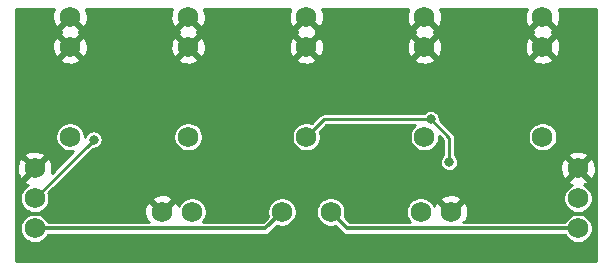
<source format=gtl>
G04 #@! TF.GenerationSoftware,KiCad,Pcbnew,(5.1.8)-1*
G04 #@! TF.CreationDate,2021-08-08T18:23:10-04:00*
G04 #@! TF.ProjectId,nearless_front_pcb,6e656172-6c65-4737-935f-66726f6e745f,rev?*
G04 #@! TF.SameCoordinates,Original*
G04 #@! TF.FileFunction,Copper,L1,Top*
G04 #@! TF.FilePolarity,Positive*
%FSLAX46Y46*%
G04 Gerber Fmt 4.6, Leading zero omitted, Abs format (unit mm)*
G04 Created by KiCad (PCBNEW (5.1.8)-1) date 2021-08-08 18:23:10*
%MOMM*%
%LPD*%
G01*
G04 APERTURE LIST*
G04 #@! TA.AperFunction,ComponentPad*
%ADD10C,1.727200*%
G04 #@! TD*
G04 #@! TA.AperFunction,ViaPad*
%ADD11C,0.800000*%
G04 #@! TD*
G04 #@! TA.AperFunction,Conductor*
%ADD12C,0.355600*%
G04 #@! TD*
G04 #@! TA.AperFunction,Conductor*
%ADD13C,0.254000*%
G04 #@! TD*
G04 #@! TA.AperFunction,Conductor*
%ADD14C,0.100000*%
G04 #@! TD*
G04 APERTURE END LIST*
D10*
X45500000Y-51245000D03*
X45500000Y-43625000D03*
X45500000Y-41085000D03*
X85500000Y-51245000D03*
X85500000Y-43625000D03*
X85500000Y-41085000D03*
X42500000Y-53920000D03*
X42500000Y-56460000D03*
X42500000Y-59000000D03*
X88500000Y-59000000D03*
X88500000Y-56460000D03*
X88500000Y-53920000D03*
X67555000Y-57600000D03*
X75175000Y-57600000D03*
X77715000Y-57600000D03*
X75500000Y-51245000D03*
X75500000Y-43625000D03*
X75500000Y-41085000D03*
X65500000Y-51245000D03*
X65500000Y-43625000D03*
X65500000Y-41085000D03*
X55500000Y-51245000D03*
X55500000Y-43625000D03*
X55500000Y-41085000D03*
X63445000Y-57600000D03*
X55825000Y-57600000D03*
X53285000Y-57600000D03*
D11*
X76025000Y-49750000D03*
X77600000Y-53400000D03*
X47485000Y-51475000D03*
D12*
X62045000Y-59000000D02*
X42500000Y-59000000D01*
X63445000Y-57600000D02*
X62045000Y-59000000D01*
D13*
X66995000Y-49750000D02*
X65500000Y-51245000D01*
X76025000Y-49750000D02*
X66995000Y-49750000D01*
X77600000Y-51325000D02*
X76025000Y-49750000D01*
X77600000Y-53400000D02*
X77600000Y-51325000D01*
D12*
X68955000Y-59000000D02*
X88500000Y-59000000D01*
X67555000Y-57600000D02*
X68955000Y-59000000D01*
D13*
X47485000Y-51475000D02*
X42500000Y-56460000D01*
X44084174Y-40572141D02*
X44011325Y-40858210D01*
X43995685Y-41152993D01*
X44037855Y-41445164D01*
X44136214Y-41723493D01*
X44211433Y-41864218D01*
X44461896Y-41943499D01*
X45320395Y-41085000D01*
X45306253Y-41070858D01*
X45485858Y-40891253D01*
X45500000Y-40905395D01*
X45514143Y-40891253D01*
X45693748Y-41070858D01*
X45679605Y-41085000D01*
X46538104Y-41943499D01*
X46788567Y-41864218D01*
X46915826Y-41597859D01*
X46988675Y-41311790D01*
X47004315Y-41017007D01*
X46962145Y-40724836D01*
X46863786Y-40446507D01*
X46855497Y-40431000D01*
X54151607Y-40431000D01*
X54084174Y-40572141D01*
X54011325Y-40858210D01*
X53995685Y-41152993D01*
X54037855Y-41445164D01*
X54136214Y-41723493D01*
X54211433Y-41864218D01*
X54461896Y-41943499D01*
X55320395Y-41085000D01*
X55306253Y-41070858D01*
X55485858Y-40891253D01*
X55500000Y-40905395D01*
X55514143Y-40891253D01*
X55693748Y-41070858D01*
X55679605Y-41085000D01*
X56538104Y-41943499D01*
X56788567Y-41864218D01*
X56915826Y-41597859D01*
X56988675Y-41311790D01*
X57004315Y-41017007D01*
X56962145Y-40724836D01*
X56863786Y-40446507D01*
X56855497Y-40431000D01*
X64151607Y-40431000D01*
X64084174Y-40572141D01*
X64011325Y-40858210D01*
X63995685Y-41152993D01*
X64037855Y-41445164D01*
X64136214Y-41723493D01*
X64211433Y-41864218D01*
X64461896Y-41943499D01*
X65320395Y-41085000D01*
X65306253Y-41070858D01*
X65485858Y-40891253D01*
X65500000Y-40905395D01*
X65514143Y-40891253D01*
X65693748Y-41070858D01*
X65679605Y-41085000D01*
X66538104Y-41943499D01*
X66788567Y-41864218D01*
X66915826Y-41597859D01*
X66988675Y-41311790D01*
X67004315Y-41017007D01*
X66962145Y-40724836D01*
X66863786Y-40446507D01*
X66855497Y-40431000D01*
X74151607Y-40431000D01*
X74084174Y-40572141D01*
X74011325Y-40858210D01*
X73995685Y-41152993D01*
X74037855Y-41445164D01*
X74136214Y-41723493D01*
X74211433Y-41864218D01*
X74461896Y-41943499D01*
X75320395Y-41085000D01*
X75306253Y-41070858D01*
X75485858Y-40891253D01*
X75500000Y-40905395D01*
X75514143Y-40891253D01*
X75693748Y-41070858D01*
X75679605Y-41085000D01*
X76538104Y-41943499D01*
X76788567Y-41864218D01*
X76915826Y-41597859D01*
X76988675Y-41311790D01*
X77004315Y-41017007D01*
X76962145Y-40724836D01*
X76863786Y-40446507D01*
X76855497Y-40431000D01*
X84151607Y-40431000D01*
X84084174Y-40572141D01*
X84011325Y-40858210D01*
X83995685Y-41152993D01*
X84037855Y-41445164D01*
X84136214Y-41723493D01*
X84211433Y-41864218D01*
X84461896Y-41943499D01*
X85320395Y-41085000D01*
X85306253Y-41070858D01*
X85485858Y-40891253D01*
X85500000Y-40905395D01*
X85514143Y-40891253D01*
X85693748Y-41070858D01*
X85679605Y-41085000D01*
X86538104Y-41943499D01*
X86788567Y-41864218D01*
X86915826Y-41597859D01*
X86988675Y-41311790D01*
X87004315Y-41017007D01*
X86962145Y-40724836D01*
X86863786Y-40446507D01*
X86855497Y-40431000D01*
X90069001Y-40431000D01*
X90069000Y-61769000D01*
X40931000Y-61769000D01*
X40931000Y-58877418D01*
X41255400Y-58877418D01*
X41255400Y-59122582D01*
X41303229Y-59363036D01*
X41397050Y-59589539D01*
X41533256Y-59793386D01*
X41706614Y-59966744D01*
X41910461Y-60102950D01*
X42136964Y-60196771D01*
X42377418Y-60244600D01*
X42622582Y-60244600D01*
X42863036Y-60196771D01*
X43089539Y-60102950D01*
X43293386Y-59966744D01*
X43466744Y-59793386D01*
X43602950Y-59589539D01*
X43615683Y-59558800D01*
X62017558Y-59558800D01*
X62045000Y-59561503D01*
X62072442Y-59558800D01*
X62072444Y-59558800D01*
X62154544Y-59550714D01*
X62259878Y-59518761D01*
X62356954Y-59466873D01*
X62442043Y-59397043D01*
X62459543Y-59375719D01*
X63051224Y-58784038D01*
X63081964Y-58796771D01*
X63322418Y-58844600D01*
X63567582Y-58844600D01*
X63808036Y-58796771D01*
X64034539Y-58702950D01*
X64238386Y-58566744D01*
X64411744Y-58393386D01*
X64547950Y-58189539D01*
X64641771Y-57963036D01*
X64689600Y-57722582D01*
X64689600Y-57477418D01*
X66310400Y-57477418D01*
X66310400Y-57722582D01*
X66358229Y-57963036D01*
X66452050Y-58189539D01*
X66588256Y-58393386D01*
X66761614Y-58566744D01*
X66965461Y-58702950D01*
X67191964Y-58796771D01*
X67432418Y-58844600D01*
X67677582Y-58844600D01*
X67918036Y-58796771D01*
X67948776Y-58784038D01*
X68540462Y-59375725D01*
X68557957Y-59397043D01*
X68643046Y-59466873D01*
X68740122Y-59518761D01*
X68845456Y-59550714D01*
X68927556Y-59558800D01*
X68927558Y-59558800D01*
X68955000Y-59561503D01*
X68982442Y-59558800D01*
X87384317Y-59558800D01*
X87397050Y-59589539D01*
X87533256Y-59793386D01*
X87706614Y-59966744D01*
X87910461Y-60102950D01*
X88136964Y-60196771D01*
X88377418Y-60244600D01*
X88622582Y-60244600D01*
X88863036Y-60196771D01*
X89089539Y-60102950D01*
X89293386Y-59966744D01*
X89466744Y-59793386D01*
X89602950Y-59589539D01*
X89696771Y-59363036D01*
X89744600Y-59122582D01*
X89744600Y-58877418D01*
X89696771Y-58636964D01*
X89602950Y-58410461D01*
X89466744Y-58206614D01*
X89293386Y-58033256D01*
X89089539Y-57897050D01*
X88863036Y-57803229D01*
X88622582Y-57755400D01*
X88377418Y-57755400D01*
X88136964Y-57803229D01*
X87910461Y-57897050D01*
X87706614Y-58033256D01*
X87533256Y-58206614D01*
X87397050Y-58410461D01*
X87384317Y-58441200D01*
X78807755Y-58441200D01*
X79003567Y-58379218D01*
X79130826Y-58112859D01*
X79203675Y-57826790D01*
X79219315Y-57532007D01*
X79177145Y-57239836D01*
X79078786Y-56961507D01*
X79003567Y-56820782D01*
X78753104Y-56741501D01*
X77894605Y-57600000D01*
X77908748Y-57614143D01*
X77729143Y-57793748D01*
X77715000Y-57779605D01*
X77700858Y-57793748D01*
X77521253Y-57614143D01*
X77535395Y-57600000D01*
X76676896Y-56741501D01*
X76426433Y-56820782D01*
X76304818Y-57075327D01*
X76277950Y-57010461D01*
X76141744Y-56806614D01*
X75968386Y-56633256D01*
X75861589Y-56561896D01*
X76856501Y-56561896D01*
X77715000Y-57420395D01*
X78573499Y-56561896D01*
X78502444Y-56337418D01*
X87255400Y-56337418D01*
X87255400Y-56582582D01*
X87303229Y-56823036D01*
X87397050Y-57049539D01*
X87533256Y-57253386D01*
X87706614Y-57426744D01*
X87910461Y-57562950D01*
X88136964Y-57656771D01*
X88377418Y-57704600D01*
X88622582Y-57704600D01*
X88863036Y-57656771D01*
X89089539Y-57562950D01*
X89293386Y-57426744D01*
X89466744Y-57253386D01*
X89602950Y-57049539D01*
X89696771Y-56823036D01*
X89744600Y-56582582D01*
X89744600Y-56337418D01*
X89696771Y-56096964D01*
X89602950Y-55870461D01*
X89466744Y-55666614D01*
X89293386Y-55493256D01*
X89089539Y-55357050D01*
X89016632Y-55326851D01*
X89138493Y-55283786D01*
X89279218Y-55208567D01*
X89358499Y-54958104D01*
X88500000Y-54099605D01*
X87641501Y-54958104D01*
X87720782Y-55208567D01*
X87975327Y-55330182D01*
X87910461Y-55357050D01*
X87706614Y-55493256D01*
X87533256Y-55666614D01*
X87397050Y-55870461D01*
X87303229Y-56096964D01*
X87255400Y-56337418D01*
X78502444Y-56337418D01*
X78494218Y-56311433D01*
X78227859Y-56184174D01*
X77941790Y-56111325D01*
X77647007Y-56095685D01*
X77354836Y-56137855D01*
X77076507Y-56236214D01*
X76935782Y-56311433D01*
X76856501Y-56561896D01*
X75861589Y-56561896D01*
X75764539Y-56497050D01*
X75538036Y-56403229D01*
X75297582Y-56355400D01*
X75052418Y-56355400D01*
X74811964Y-56403229D01*
X74585461Y-56497050D01*
X74381614Y-56633256D01*
X74208256Y-56806614D01*
X74072050Y-57010461D01*
X73978229Y-57236964D01*
X73930400Y-57477418D01*
X73930400Y-57722582D01*
X73978229Y-57963036D01*
X74072050Y-58189539D01*
X74208256Y-58393386D01*
X74256070Y-58441200D01*
X69186463Y-58441200D01*
X68739038Y-57993776D01*
X68751771Y-57963036D01*
X68799600Y-57722582D01*
X68799600Y-57477418D01*
X68751771Y-57236964D01*
X68657950Y-57010461D01*
X68521744Y-56806614D01*
X68348386Y-56633256D01*
X68144539Y-56497050D01*
X67918036Y-56403229D01*
X67677582Y-56355400D01*
X67432418Y-56355400D01*
X67191964Y-56403229D01*
X66965461Y-56497050D01*
X66761614Y-56633256D01*
X66588256Y-56806614D01*
X66452050Y-57010461D01*
X66358229Y-57236964D01*
X66310400Y-57477418D01*
X64689600Y-57477418D01*
X64641771Y-57236964D01*
X64547950Y-57010461D01*
X64411744Y-56806614D01*
X64238386Y-56633256D01*
X64034539Y-56497050D01*
X63808036Y-56403229D01*
X63567582Y-56355400D01*
X63322418Y-56355400D01*
X63081964Y-56403229D01*
X62855461Y-56497050D01*
X62651614Y-56633256D01*
X62478256Y-56806614D01*
X62342050Y-57010461D01*
X62248229Y-57236964D01*
X62200400Y-57477418D01*
X62200400Y-57722582D01*
X62248229Y-57963036D01*
X62260962Y-57993776D01*
X61813538Y-58441200D01*
X56743930Y-58441200D01*
X56791744Y-58393386D01*
X56927950Y-58189539D01*
X57021771Y-57963036D01*
X57069600Y-57722582D01*
X57069600Y-57477418D01*
X57021771Y-57236964D01*
X56927950Y-57010461D01*
X56791744Y-56806614D01*
X56618386Y-56633256D01*
X56414539Y-56497050D01*
X56188036Y-56403229D01*
X55947582Y-56355400D01*
X55702418Y-56355400D01*
X55461964Y-56403229D01*
X55235461Y-56497050D01*
X55031614Y-56633256D01*
X54858256Y-56806614D01*
X54722050Y-57010461D01*
X54691851Y-57083368D01*
X54648786Y-56961507D01*
X54573567Y-56820782D01*
X54323104Y-56741501D01*
X53464605Y-57600000D01*
X53478748Y-57614143D01*
X53299143Y-57793748D01*
X53285000Y-57779605D01*
X53270858Y-57793748D01*
X53091253Y-57614143D01*
X53105395Y-57600000D01*
X52246896Y-56741501D01*
X51996433Y-56820782D01*
X51869174Y-57087141D01*
X51796325Y-57373210D01*
X51780685Y-57667993D01*
X51822855Y-57960164D01*
X51921214Y-58238493D01*
X51996433Y-58379218D01*
X52192245Y-58441200D01*
X43615683Y-58441200D01*
X43602950Y-58410461D01*
X43466744Y-58206614D01*
X43293386Y-58033256D01*
X43089539Y-57897050D01*
X42863036Y-57803229D01*
X42622582Y-57755400D01*
X42377418Y-57755400D01*
X42136964Y-57803229D01*
X41910461Y-57897050D01*
X41706614Y-58033256D01*
X41533256Y-58206614D01*
X41397050Y-58410461D01*
X41303229Y-58636964D01*
X41255400Y-58877418D01*
X40931000Y-58877418D01*
X40931000Y-56337418D01*
X41255400Y-56337418D01*
X41255400Y-56582582D01*
X41303229Y-56823036D01*
X41397050Y-57049539D01*
X41533256Y-57253386D01*
X41706614Y-57426744D01*
X41910461Y-57562950D01*
X42136964Y-57656771D01*
X42377418Y-57704600D01*
X42622582Y-57704600D01*
X42863036Y-57656771D01*
X43089539Y-57562950D01*
X43293386Y-57426744D01*
X43466744Y-57253386D01*
X43602950Y-57049539D01*
X43696771Y-56823036D01*
X43744600Y-56582582D01*
X43744600Y-56561896D01*
X52426501Y-56561896D01*
X53285000Y-57420395D01*
X54143499Y-56561896D01*
X54064218Y-56311433D01*
X53797859Y-56184174D01*
X53511790Y-56111325D01*
X53217007Y-56095685D01*
X52924836Y-56137855D01*
X52646507Y-56236214D01*
X52505782Y-56311433D01*
X52426501Y-56561896D01*
X43744600Y-56561896D01*
X43744600Y-56337418D01*
X43696771Y-56096964D01*
X43662996Y-56015424D01*
X47422420Y-52256000D01*
X47561922Y-52256000D01*
X47712809Y-52225987D01*
X47854942Y-52167113D01*
X47982859Y-52081642D01*
X48091642Y-51972859D01*
X48177113Y-51844942D01*
X48235987Y-51702809D01*
X48266000Y-51551922D01*
X48266000Y-51398078D01*
X48235987Y-51247191D01*
X48184304Y-51122418D01*
X54255400Y-51122418D01*
X54255400Y-51367582D01*
X54303229Y-51608036D01*
X54397050Y-51834539D01*
X54533256Y-52038386D01*
X54706614Y-52211744D01*
X54910461Y-52347950D01*
X55136964Y-52441771D01*
X55377418Y-52489600D01*
X55622582Y-52489600D01*
X55863036Y-52441771D01*
X56089539Y-52347950D01*
X56293386Y-52211744D01*
X56466744Y-52038386D01*
X56602950Y-51834539D01*
X56696771Y-51608036D01*
X56744600Y-51367582D01*
X56744600Y-51122418D01*
X64255400Y-51122418D01*
X64255400Y-51367582D01*
X64303229Y-51608036D01*
X64397050Y-51834539D01*
X64533256Y-52038386D01*
X64706614Y-52211744D01*
X64910461Y-52347950D01*
X65136964Y-52441771D01*
X65377418Y-52489600D01*
X65622582Y-52489600D01*
X65863036Y-52441771D01*
X66089539Y-52347950D01*
X66293386Y-52211744D01*
X66466744Y-52038386D01*
X66602950Y-51834539D01*
X66696771Y-51608036D01*
X66744600Y-51367582D01*
X66744600Y-51122418D01*
X66696771Y-50881964D01*
X66662996Y-50800424D01*
X67205421Y-50258000D01*
X74736929Y-50258000D01*
X74706614Y-50278256D01*
X74533256Y-50451614D01*
X74397050Y-50655461D01*
X74303229Y-50881964D01*
X74255400Y-51122418D01*
X74255400Y-51367582D01*
X74303229Y-51608036D01*
X74397050Y-51834539D01*
X74533256Y-52038386D01*
X74706614Y-52211744D01*
X74910461Y-52347950D01*
X75136964Y-52441771D01*
X75377418Y-52489600D01*
X75622582Y-52489600D01*
X75863036Y-52441771D01*
X76089539Y-52347950D01*
X76293386Y-52211744D01*
X76466744Y-52038386D01*
X76602950Y-51834539D01*
X76696771Y-51608036D01*
X76744600Y-51367582D01*
X76744600Y-51188021D01*
X77092001Y-51535422D01*
X77092000Y-52803499D01*
X76993358Y-52902141D01*
X76907887Y-53030058D01*
X76849013Y-53172191D01*
X76819000Y-53323078D01*
X76819000Y-53476922D01*
X76849013Y-53627809D01*
X76907887Y-53769942D01*
X76993358Y-53897859D01*
X77102141Y-54006642D01*
X77230058Y-54092113D01*
X77372191Y-54150987D01*
X77523078Y-54181000D01*
X77676922Y-54181000D01*
X77827809Y-54150987D01*
X77969942Y-54092113D01*
X78097859Y-54006642D01*
X78116508Y-53987993D01*
X86995685Y-53987993D01*
X87037855Y-54280164D01*
X87136214Y-54558493D01*
X87211433Y-54699218D01*
X87461896Y-54778499D01*
X88320395Y-53920000D01*
X88679605Y-53920000D01*
X89538104Y-54778499D01*
X89788567Y-54699218D01*
X89915826Y-54432859D01*
X89988675Y-54146790D01*
X90004315Y-53852007D01*
X89962145Y-53559836D01*
X89863786Y-53281507D01*
X89788567Y-53140782D01*
X89538104Y-53061501D01*
X88679605Y-53920000D01*
X88320395Y-53920000D01*
X87461896Y-53061501D01*
X87211433Y-53140782D01*
X87084174Y-53407141D01*
X87011325Y-53693210D01*
X86995685Y-53987993D01*
X78116508Y-53987993D01*
X78206642Y-53897859D01*
X78292113Y-53769942D01*
X78350987Y-53627809D01*
X78381000Y-53476922D01*
X78381000Y-53323078D01*
X78350987Y-53172191D01*
X78292113Y-53030058D01*
X78206642Y-52902141D01*
X78186397Y-52881896D01*
X87641501Y-52881896D01*
X88500000Y-53740395D01*
X89358499Y-52881896D01*
X89279218Y-52631433D01*
X89012859Y-52504174D01*
X88726790Y-52431325D01*
X88432007Y-52415685D01*
X88139836Y-52457855D01*
X87861507Y-52556214D01*
X87720782Y-52631433D01*
X87641501Y-52881896D01*
X78186397Y-52881896D01*
X78108000Y-52803499D01*
X78108000Y-51349943D01*
X78110457Y-51324999D01*
X78105991Y-51279656D01*
X78100649Y-51225415D01*
X78071601Y-51129657D01*
X78067732Y-51122418D01*
X84255400Y-51122418D01*
X84255400Y-51367582D01*
X84303229Y-51608036D01*
X84397050Y-51834539D01*
X84533256Y-52038386D01*
X84706614Y-52211744D01*
X84910461Y-52347950D01*
X85136964Y-52441771D01*
X85377418Y-52489600D01*
X85622582Y-52489600D01*
X85863036Y-52441771D01*
X86089539Y-52347950D01*
X86293386Y-52211744D01*
X86466744Y-52038386D01*
X86602950Y-51834539D01*
X86696771Y-51608036D01*
X86744600Y-51367582D01*
X86744600Y-51122418D01*
X86696771Y-50881964D01*
X86602950Y-50655461D01*
X86466744Y-50451614D01*
X86293386Y-50278256D01*
X86089539Y-50142050D01*
X85863036Y-50048229D01*
X85622582Y-50000400D01*
X85377418Y-50000400D01*
X85136964Y-50048229D01*
X84910461Y-50142050D01*
X84706614Y-50278256D01*
X84533256Y-50451614D01*
X84397050Y-50655461D01*
X84303229Y-50881964D01*
X84255400Y-51122418D01*
X78067732Y-51122418D01*
X78024429Y-51041404D01*
X77976850Y-50983429D01*
X77960948Y-50964052D01*
X77941571Y-50948150D01*
X76806000Y-49812580D01*
X76806000Y-49673078D01*
X76775987Y-49522191D01*
X76717113Y-49380058D01*
X76631642Y-49252141D01*
X76522859Y-49143358D01*
X76394942Y-49057887D01*
X76252809Y-48999013D01*
X76101922Y-48969000D01*
X75948078Y-48969000D01*
X75797191Y-48999013D01*
X75655058Y-49057887D01*
X75527141Y-49143358D01*
X75428499Y-49242000D01*
X67019943Y-49242000D01*
X66994999Y-49239543D01*
X66970055Y-49242000D01*
X66970053Y-49242000D01*
X66895415Y-49249351D01*
X66799657Y-49278399D01*
X66799655Y-49278400D01*
X66711404Y-49325571D01*
X66656810Y-49370376D01*
X66634052Y-49389052D01*
X66618150Y-49408429D01*
X65944576Y-50082004D01*
X65863036Y-50048229D01*
X65622582Y-50000400D01*
X65377418Y-50000400D01*
X65136964Y-50048229D01*
X64910461Y-50142050D01*
X64706614Y-50278256D01*
X64533256Y-50451614D01*
X64397050Y-50655461D01*
X64303229Y-50881964D01*
X64255400Y-51122418D01*
X56744600Y-51122418D01*
X56696771Y-50881964D01*
X56602950Y-50655461D01*
X56466744Y-50451614D01*
X56293386Y-50278256D01*
X56089539Y-50142050D01*
X55863036Y-50048229D01*
X55622582Y-50000400D01*
X55377418Y-50000400D01*
X55136964Y-50048229D01*
X54910461Y-50142050D01*
X54706614Y-50278256D01*
X54533256Y-50451614D01*
X54397050Y-50655461D01*
X54303229Y-50881964D01*
X54255400Y-51122418D01*
X48184304Y-51122418D01*
X48177113Y-51105058D01*
X48091642Y-50977141D01*
X47982859Y-50868358D01*
X47854942Y-50782887D01*
X47712809Y-50724013D01*
X47561922Y-50694000D01*
X47408078Y-50694000D01*
X47257191Y-50724013D01*
X47115058Y-50782887D01*
X46987141Y-50868358D01*
X46878358Y-50977141D01*
X46792887Y-51105058D01*
X46744600Y-51221632D01*
X46744600Y-51122418D01*
X46696771Y-50881964D01*
X46602950Y-50655461D01*
X46466744Y-50451614D01*
X46293386Y-50278256D01*
X46089539Y-50142050D01*
X45863036Y-50048229D01*
X45622582Y-50000400D01*
X45377418Y-50000400D01*
X45136964Y-50048229D01*
X44910461Y-50142050D01*
X44706614Y-50278256D01*
X44533256Y-50451614D01*
X44397050Y-50655461D01*
X44303229Y-50881964D01*
X44255400Y-51122418D01*
X44255400Y-51367582D01*
X44303229Y-51608036D01*
X44397050Y-51834539D01*
X44533256Y-52038386D01*
X44706614Y-52211744D01*
X44910461Y-52347950D01*
X45136964Y-52441771D01*
X45377418Y-52489600D01*
X45622582Y-52489600D01*
X45784110Y-52457470D01*
X43952420Y-54289160D01*
X43988675Y-54146790D01*
X44004315Y-53852007D01*
X43962145Y-53559836D01*
X43863786Y-53281507D01*
X43788567Y-53140782D01*
X43538104Y-53061501D01*
X42679605Y-53920000D01*
X42693748Y-53934143D01*
X42514143Y-54113748D01*
X42500000Y-54099605D01*
X41641501Y-54958104D01*
X41720782Y-55208567D01*
X41975327Y-55330182D01*
X41910461Y-55357050D01*
X41706614Y-55493256D01*
X41533256Y-55666614D01*
X41397050Y-55870461D01*
X41303229Y-56096964D01*
X41255400Y-56337418D01*
X40931000Y-56337418D01*
X40931000Y-53987993D01*
X40995685Y-53987993D01*
X41037855Y-54280164D01*
X41136214Y-54558493D01*
X41211433Y-54699218D01*
X41461896Y-54778499D01*
X42320395Y-53920000D01*
X41461896Y-53061501D01*
X41211433Y-53140782D01*
X41084174Y-53407141D01*
X41011325Y-53693210D01*
X40995685Y-53987993D01*
X40931000Y-53987993D01*
X40931000Y-52881896D01*
X41641501Y-52881896D01*
X42500000Y-53740395D01*
X43358499Y-52881896D01*
X43279218Y-52631433D01*
X43012859Y-52504174D01*
X42726790Y-52431325D01*
X42432007Y-52415685D01*
X42139836Y-52457855D01*
X41861507Y-52556214D01*
X41720782Y-52631433D01*
X41641501Y-52881896D01*
X40931000Y-52881896D01*
X40931000Y-44663104D01*
X44641501Y-44663104D01*
X44720782Y-44913567D01*
X44987141Y-45040826D01*
X45273210Y-45113675D01*
X45567993Y-45129315D01*
X45860164Y-45087145D01*
X46138493Y-44988786D01*
X46279218Y-44913567D01*
X46358499Y-44663104D01*
X54641501Y-44663104D01*
X54720782Y-44913567D01*
X54987141Y-45040826D01*
X55273210Y-45113675D01*
X55567993Y-45129315D01*
X55860164Y-45087145D01*
X56138493Y-44988786D01*
X56279218Y-44913567D01*
X56358499Y-44663104D01*
X64641501Y-44663104D01*
X64720782Y-44913567D01*
X64987141Y-45040826D01*
X65273210Y-45113675D01*
X65567993Y-45129315D01*
X65860164Y-45087145D01*
X66138493Y-44988786D01*
X66279218Y-44913567D01*
X66358499Y-44663104D01*
X74641501Y-44663104D01*
X74720782Y-44913567D01*
X74987141Y-45040826D01*
X75273210Y-45113675D01*
X75567993Y-45129315D01*
X75860164Y-45087145D01*
X76138493Y-44988786D01*
X76279218Y-44913567D01*
X76358499Y-44663104D01*
X84641501Y-44663104D01*
X84720782Y-44913567D01*
X84987141Y-45040826D01*
X85273210Y-45113675D01*
X85567993Y-45129315D01*
X85860164Y-45087145D01*
X86138493Y-44988786D01*
X86279218Y-44913567D01*
X86358499Y-44663104D01*
X85500000Y-43804605D01*
X84641501Y-44663104D01*
X76358499Y-44663104D01*
X75500000Y-43804605D01*
X74641501Y-44663104D01*
X66358499Y-44663104D01*
X65500000Y-43804605D01*
X64641501Y-44663104D01*
X56358499Y-44663104D01*
X55500000Y-43804605D01*
X54641501Y-44663104D01*
X46358499Y-44663104D01*
X45500000Y-43804605D01*
X44641501Y-44663104D01*
X40931000Y-44663104D01*
X40931000Y-43692993D01*
X43995685Y-43692993D01*
X44037855Y-43985164D01*
X44136214Y-44263493D01*
X44211433Y-44404218D01*
X44461896Y-44483499D01*
X45320395Y-43625000D01*
X45679605Y-43625000D01*
X46538104Y-44483499D01*
X46788567Y-44404218D01*
X46915826Y-44137859D01*
X46988675Y-43851790D01*
X46997100Y-43692993D01*
X53995685Y-43692993D01*
X54037855Y-43985164D01*
X54136214Y-44263493D01*
X54211433Y-44404218D01*
X54461896Y-44483499D01*
X55320395Y-43625000D01*
X55679605Y-43625000D01*
X56538104Y-44483499D01*
X56788567Y-44404218D01*
X56915826Y-44137859D01*
X56988675Y-43851790D01*
X56997100Y-43692993D01*
X63995685Y-43692993D01*
X64037855Y-43985164D01*
X64136214Y-44263493D01*
X64211433Y-44404218D01*
X64461896Y-44483499D01*
X65320395Y-43625000D01*
X65679605Y-43625000D01*
X66538104Y-44483499D01*
X66788567Y-44404218D01*
X66915826Y-44137859D01*
X66988675Y-43851790D01*
X66997100Y-43692993D01*
X73995685Y-43692993D01*
X74037855Y-43985164D01*
X74136214Y-44263493D01*
X74211433Y-44404218D01*
X74461896Y-44483499D01*
X75320395Y-43625000D01*
X75679605Y-43625000D01*
X76538104Y-44483499D01*
X76788567Y-44404218D01*
X76915826Y-44137859D01*
X76988675Y-43851790D01*
X76997100Y-43692993D01*
X83995685Y-43692993D01*
X84037855Y-43985164D01*
X84136214Y-44263493D01*
X84211433Y-44404218D01*
X84461896Y-44483499D01*
X85320395Y-43625000D01*
X85679605Y-43625000D01*
X86538104Y-44483499D01*
X86788567Y-44404218D01*
X86915826Y-44137859D01*
X86988675Y-43851790D01*
X87004315Y-43557007D01*
X86962145Y-43264836D01*
X86863786Y-42986507D01*
X86788567Y-42845782D01*
X86538104Y-42766501D01*
X85679605Y-43625000D01*
X85320395Y-43625000D01*
X84461896Y-42766501D01*
X84211433Y-42845782D01*
X84084174Y-43112141D01*
X84011325Y-43398210D01*
X83995685Y-43692993D01*
X76997100Y-43692993D01*
X77004315Y-43557007D01*
X76962145Y-43264836D01*
X76863786Y-42986507D01*
X76788567Y-42845782D01*
X76538104Y-42766501D01*
X75679605Y-43625000D01*
X75320395Y-43625000D01*
X74461896Y-42766501D01*
X74211433Y-42845782D01*
X74084174Y-43112141D01*
X74011325Y-43398210D01*
X73995685Y-43692993D01*
X66997100Y-43692993D01*
X67004315Y-43557007D01*
X66962145Y-43264836D01*
X66863786Y-42986507D01*
X66788567Y-42845782D01*
X66538104Y-42766501D01*
X65679605Y-43625000D01*
X65320395Y-43625000D01*
X64461896Y-42766501D01*
X64211433Y-42845782D01*
X64084174Y-43112141D01*
X64011325Y-43398210D01*
X63995685Y-43692993D01*
X56997100Y-43692993D01*
X57004315Y-43557007D01*
X56962145Y-43264836D01*
X56863786Y-42986507D01*
X56788567Y-42845782D01*
X56538104Y-42766501D01*
X55679605Y-43625000D01*
X55320395Y-43625000D01*
X54461896Y-42766501D01*
X54211433Y-42845782D01*
X54084174Y-43112141D01*
X54011325Y-43398210D01*
X53995685Y-43692993D01*
X46997100Y-43692993D01*
X47004315Y-43557007D01*
X46962145Y-43264836D01*
X46863786Y-42986507D01*
X46788567Y-42845782D01*
X46538104Y-42766501D01*
X45679605Y-43625000D01*
X45320395Y-43625000D01*
X44461896Y-42766501D01*
X44211433Y-42845782D01*
X44084174Y-43112141D01*
X44011325Y-43398210D01*
X43995685Y-43692993D01*
X40931000Y-43692993D01*
X40931000Y-42123104D01*
X44641501Y-42123104D01*
X44714905Y-42355000D01*
X44641501Y-42586896D01*
X45500000Y-43445395D01*
X46358499Y-42586896D01*
X46285095Y-42355000D01*
X46358499Y-42123104D01*
X54641501Y-42123104D01*
X54714905Y-42355000D01*
X54641501Y-42586896D01*
X55500000Y-43445395D01*
X56358499Y-42586896D01*
X56285095Y-42355000D01*
X56358499Y-42123104D01*
X64641501Y-42123104D01*
X64714905Y-42355000D01*
X64641501Y-42586896D01*
X65500000Y-43445395D01*
X66358499Y-42586896D01*
X66285095Y-42355000D01*
X66358499Y-42123104D01*
X74641501Y-42123104D01*
X74714905Y-42355000D01*
X74641501Y-42586896D01*
X75500000Y-43445395D01*
X76358499Y-42586896D01*
X76285095Y-42355000D01*
X76358499Y-42123104D01*
X84641501Y-42123104D01*
X84714905Y-42355000D01*
X84641501Y-42586896D01*
X85500000Y-43445395D01*
X86358499Y-42586896D01*
X86285095Y-42355000D01*
X86358499Y-42123104D01*
X85500000Y-41264605D01*
X84641501Y-42123104D01*
X76358499Y-42123104D01*
X75500000Y-41264605D01*
X74641501Y-42123104D01*
X66358499Y-42123104D01*
X65500000Y-41264605D01*
X64641501Y-42123104D01*
X56358499Y-42123104D01*
X55500000Y-41264605D01*
X54641501Y-42123104D01*
X46358499Y-42123104D01*
X45500000Y-41264605D01*
X44641501Y-42123104D01*
X40931000Y-42123104D01*
X40931000Y-40431000D01*
X44151607Y-40431000D01*
X44084174Y-40572141D01*
G04 #@! TA.AperFunction,Conductor*
D14*
G36*
X44084174Y-40572141D02*
G01*
X44011325Y-40858210D01*
X43995685Y-41152993D01*
X44037855Y-41445164D01*
X44136214Y-41723493D01*
X44211433Y-41864218D01*
X44461896Y-41943499D01*
X45320395Y-41085000D01*
X45306253Y-41070858D01*
X45485858Y-40891253D01*
X45500000Y-40905395D01*
X45514143Y-40891253D01*
X45693748Y-41070858D01*
X45679605Y-41085000D01*
X46538104Y-41943499D01*
X46788567Y-41864218D01*
X46915826Y-41597859D01*
X46988675Y-41311790D01*
X47004315Y-41017007D01*
X46962145Y-40724836D01*
X46863786Y-40446507D01*
X46855497Y-40431000D01*
X54151607Y-40431000D01*
X54084174Y-40572141D01*
X54011325Y-40858210D01*
X53995685Y-41152993D01*
X54037855Y-41445164D01*
X54136214Y-41723493D01*
X54211433Y-41864218D01*
X54461896Y-41943499D01*
X55320395Y-41085000D01*
X55306253Y-41070858D01*
X55485858Y-40891253D01*
X55500000Y-40905395D01*
X55514143Y-40891253D01*
X55693748Y-41070858D01*
X55679605Y-41085000D01*
X56538104Y-41943499D01*
X56788567Y-41864218D01*
X56915826Y-41597859D01*
X56988675Y-41311790D01*
X57004315Y-41017007D01*
X56962145Y-40724836D01*
X56863786Y-40446507D01*
X56855497Y-40431000D01*
X64151607Y-40431000D01*
X64084174Y-40572141D01*
X64011325Y-40858210D01*
X63995685Y-41152993D01*
X64037855Y-41445164D01*
X64136214Y-41723493D01*
X64211433Y-41864218D01*
X64461896Y-41943499D01*
X65320395Y-41085000D01*
X65306253Y-41070858D01*
X65485858Y-40891253D01*
X65500000Y-40905395D01*
X65514143Y-40891253D01*
X65693748Y-41070858D01*
X65679605Y-41085000D01*
X66538104Y-41943499D01*
X66788567Y-41864218D01*
X66915826Y-41597859D01*
X66988675Y-41311790D01*
X67004315Y-41017007D01*
X66962145Y-40724836D01*
X66863786Y-40446507D01*
X66855497Y-40431000D01*
X74151607Y-40431000D01*
X74084174Y-40572141D01*
X74011325Y-40858210D01*
X73995685Y-41152993D01*
X74037855Y-41445164D01*
X74136214Y-41723493D01*
X74211433Y-41864218D01*
X74461896Y-41943499D01*
X75320395Y-41085000D01*
X75306253Y-41070858D01*
X75485858Y-40891253D01*
X75500000Y-40905395D01*
X75514143Y-40891253D01*
X75693748Y-41070858D01*
X75679605Y-41085000D01*
X76538104Y-41943499D01*
X76788567Y-41864218D01*
X76915826Y-41597859D01*
X76988675Y-41311790D01*
X77004315Y-41017007D01*
X76962145Y-40724836D01*
X76863786Y-40446507D01*
X76855497Y-40431000D01*
X84151607Y-40431000D01*
X84084174Y-40572141D01*
X84011325Y-40858210D01*
X83995685Y-41152993D01*
X84037855Y-41445164D01*
X84136214Y-41723493D01*
X84211433Y-41864218D01*
X84461896Y-41943499D01*
X85320395Y-41085000D01*
X85306253Y-41070858D01*
X85485858Y-40891253D01*
X85500000Y-40905395D01*
X85514143Y-40891253D01*
X85693748Y-41070858D01*
X85679605Y-41085000D01*
X86538104Y-41943499D01*
X86788567Y-41864218D01*
X86915826Y-41597859D01*
X86988675Y-41311790D01*
X87004315Y-41017007D01*
X86962145Y-40724836D01*
X86863786Y-40446507D01*
X86855497Y-40431000D01*
X90069001Y-40431000D01*
X90069000Y-61769000D01*
X40931000Y-61769000D01*
X40931000Y-58877418D01*
X41255400Y-58877418D01*
X41255400Y-59122582D01*
X41303229Y-59363036D01*
X41397050Y-59589539D01*
X41533256Y-59793386D01*
X41706614Y-59966744D01*
X41910461Y-60102950D01*
X42136964Y-60196771D01*
X42377418Y-60244600D01*
X42622582Y-60244600D01*
X42863036Y-60196771D01*
X43089539Y-60102950D01*
X43293386Y-59966744D01*
X43466744Y-59793386D01*
X43602950Y-59589539D01*
X43615683Y-59558800D01*
X62017558Y-59558800D01*
X62045000Y-59561503D01*
X62072442Y-59558800D01*
X62072444Y-59558800D01*
X62154544Y-59550714D01*
X62259878Y-59518761D01*
X62356954Y-59466873D01*
X62442043Y-59397043D01*
X62459543Y-59375719D01*
X63051224Y-58784038D01*
X63081964Y-58796771D01*
X63322418Y-58844600D01*
X63567582Y-58844600D01*
X63808036Y-58796771D01*
X64034539Y-58702950D01*
X64238386Y-58566744D01*
X64411744Y-58393386D01*
X64547950Y-58189539D01*
X64641771Y-57963036D01*
X64689600Y-57722582D01*
X64689600Y-57477418D01*
X66310400Y-57477418D01*
X66310400Y-57722582D01*
X66358229Y-57963036D01*
X66452050Y-58189539D01*
X66588256Y-58393386D01*
X66761614Y-58566744D01*
X66965461Y-58702950D01*
X67191964Y-58796771D01*
X67432418Y-58844600D01*
X67677582Y-58844600D01*
X67918036Y-58796771D01*
X67948776Y-58784038D01*
X68540462Y-59375725D01*
X68557957Y-59397043D01*
X68643046Y-59466873D01*
X68740122Y-59518761D01*
X68845456Y-59550714D01*
X68927556Y-59558800D01*
X68927558Y-59558800D01*
X68955000Y-59561503D01*
X68982442Y-59558800D01*
X87384317Y-59558800D01*
X87397050Y-59589539D01*
X87533256Y-59793386D01*
X87706614Y-59966744D01*
X87910461Y-60102950D01*
X88136964Y-60196771D01*
X88377418Y-60244600D01*
X88622582Y-60244600D01*
X88863036Y-60196771D01*
X89089539Y-60102950D01*
X89293386Y-59966744D01*
X89466744Y-59793386D01*
X89602950Y-59589539D01*
X89696771Y-59363036D01*
X89744600Y-59122582D01*
X89744600Y-58877418D01*
X89696771Y-58636964D01*
X89602950Y-58410461D01*
X89466744Y-58206614D01*
X89293386Y-58033256D01*
X89089539Y-57897050D01*
X88863036Y-57803229D01*
X88622582Y-57755400D01*
X88377418Y-57755400D01*
X88136964Y-57803229D01*
X87910461Y-57897050D01*
X87706614Y-58033256D01*
X87533256Y-58206614D01*
X87397050Y-58410461D01*
X87384317Y-58441200D01*
X78807755Y-58441200D01*
X79003567Y-58379218D01*
X79130826Y-58112859D01*
X79203675Y-57826790D01*
X79219315Y-57532007D01*
X79177145Y-57239836D01*
X79078786Y-56961507D01*
X79003567Y-56820782D01*
X78753104Y-56741501D01*
X77894605Y-57600000D01*
X77908748Y-57614143D01*
X77729143Y-57793748D01*
X77715000Y-57779605D01*
X77700858Y-57793748D01*
X77521253Y-57614143D01*
X77535395Y-57600000D01*
X76676896Y-56741501D01*
X76426433Y-56820782D01*
X76304818Y-57075327D01*
X76277950Y-57010461D01*
X76141744Y-56806614D01*
X75968386Y-56633256D01*
X75861589Y-56561896D01*
X76856501Y-56561896D01*
X77715000Y-57420395D01*
X78573499Y-56561896D01*
X78502444Y-56337418D01*
X87255400Y-56337418D01*
X87255400Y-56582582D01*
X87303229Y-56823036D01*
X87397050Y-57049539D01*
X87533256Y-57253386D01*
X87706614Y-57426744D01*
X87910461Y-57562950D01*
X88136964Y-57656771D01*
X88377418Y-57704600D01*
X88622582Y-57704600D01*
X88863036Y-57656771D01*
X89089539Y-57562950D01*
X89293386Y-57426744D01*
X89466744Y-57253386D01*
X89602950Y-57049539D01*
X89696771Y-56823036D01*
X89744600Y-56582582D01*
X89744600Y-56337418D01*
X89696771Y-56096964D01*
X89602950Y-55870461D01*
X89466744Y-55666614D01*
X89293386Y-55493256D01*
X89089539Y-55357050D01*
X89016632Y-55326851D01*
X89138493Y-55283786D01*
X89279218Y-55208567D01*
X89358499Y-54958104D01*
X88500000Y-54099605D01*
X87641501Y-54958104D01*
X87720782Y-55208567D01*
X87975327Y-55330182D01*
X87910461Y-55357050D01*
X87706614Y-55493256D01*
X87533256Y-55666614D01*
X87397050Y-55870461D01*
X87303229Y-56096964D01*
X87255400Y-56337418D01*
X78502444Y-56337418D01*
X78494218Y-56311433D01*
X78227859Y-56184174D01*
X77941790Y-56111325D01*
X77647007Y-56095685D01*
X77354836Y-56137855D01*
X77076507Y-56236214D01*
X76935782Y-56311433D01*
X76856501Y-56561896D01*
X75861589Y-56561896D01*
X75764539Y-56497050D01*
X75538036Y-56403229D01*
X75297582Y-56355400D01*
X75052418Y-56355400D01*
X74811964Y-56403229D01*
X74585461Y-56497050D01*
X74381614Y-56633256D01*
X74208256Y-56806614D01*
X74072050Y-57010461D01*
X73978229Y-57236964D01*
X73930400Y-57477418D01*
X73930400Y-57722582D01*
X73978229Y-57963036D01*
X74072050Y-58189539D01*
X74208256Y-58393386D01*
X74256070Y-58441200D01*
X69186463Y-58441200D01*
X68739038Y-57993776D01*
X68751771Y-57963036D01*
X68799600Y-57722582D01*
X68799600Y-57477418D01*
X68751771Y-57236964D01*
X68657950Y-57010461D01*
X68521744Y-56806614D01*
X68348386Y-56633256D01*
X68144539Y-56497050D01*
X67918036Y-56403229D01*
X67677582Y-56355400D01*
X67432418Y-56355400D01*
X67191964Y-56403229D01*
X66965461Y-56497050D01*
X66761614Y-56633256D01*
X66588256Y-56806614D01*
X66452050Y-57010461D01*
X66358229Y-57236964D01*
X66310400Y-57477418D01*
X64689600Y-57477418D01*
X64641771Y-57236964D01*
X64547950Y-57010461D01*
X64411744Y-56806614D01*
X64238386Y-56633256D01*
X64034539Y-56497050D01*
X63808036Y-56403229D01*
X63567582Y-56355400D01*
X63322418Y-56355400D01*
X63081964Y-56403229D01*
X62855461Y-56497050D01*
X62651614Y-56633256D01*
X62478256Y-56806614D01*
X62342050Y-57010461D01*
X62248229Y-57236964D01*
X62200400Y-57477418D01*
X62200400Y-57722582D01*
X62248229Y-57963036D01*
X62260962Y-57993776D01*
X61813538Y-58441200D01*
X56743930Y-58441200D01*
X56791744Y-58393386D01*
X56927950Y-58189539D01*
X57021771Y-57963036D01*
X57069600Y-57722582D01*
X57069600Y-57477418D01*
X57021771Y-57236964D01*
X56927950Y-57010461D01*
X56791744Y-56806614D01*
X56618386Y-56633256D01*
X56414539Y-56497050D01*
X56188036Y-56403229D01*
X55947582Y-56355400D01*
X55702418Y-56355400D01*
X55461964Y-56403229D01*
X55235461Y-56497050D01*
X55031614Y-56633256D01*
X54858256Y-56806614D01*
X54722050Y-57010461D01*
X54691851Y-57083368D01*
X54648786Y-56961507D01*
X54573567Y-56820782D01*
X54323104Y-56741501D01*
X53464605Y-57600000D01*
X53478748Y-57614143D01*
X53299143Y-57793748D01*
X53285000Y-57779605D01*
X53270858Y-57793748D01*
X53091253Y-57614143D01*
X53105395Y-57600000D01*
X52246896Y-56741501D01*
X51996433Y-56820782D01*
X51869174Y-57087141D01*
X51796325Y-57373210D01*
X51780685Y-57667993D01*
X51822855Y-57960164D01*
X51921214Y-58238493D01*
X51996433Y-58379218D01*
X52192245Y-58441200D01*
X43615683Y-58441200D01*
X43602950Y-58410461D01*
X43466744Y-58206614D01*
X43293386Y-58033256D01*
X43089539Y-57897050D01*
X42863036Y-57803229D01*
X42622582Y-57755400D01*
X42377418Y-57755400D01*
X42136964Y-57803229D01*
X41910461Y-57897050D01*
X41706614Y-58033256D01*
X41533256Y-58206614D01*
X41397050Y-58410461D01*
X41303229Y-58636964D01*
X41255400Y-58877418D01*
X40931000Y-58877418D01*
X40931000Y-56337418D01*
X41255400Y-56337418D01*
X41255400Y-56582582D01*
X41303229Y-56823036D01*
X41397050Y-57049539D01*
X41533256Y-57253386D01*
X41706614Y-57426744D01*
X41910461Y-57562950D01*
X42136964Y-57656771D01*
X42377418Y-57704600D01*
X42622582Y-57704600D01*
X42863036Y-57656771D01*
X43089539Y-57562950D01*
X43293386Y-57426744D01*
X43466744Y-57253386D01*
X43602950Y-57049539D01*
X43696771Y-56823036D01*
X43744600Y-56582582D01*
X43744600Y-56561896D01*
X52426501Y-56561896D01*
X53285000Y-57420395D01*
X54143499Y-56561896D01*
X54064218Y-56311433D01*
X53797859Y-56184174D01*
X53511790Y-56111325D01*
X53217007Y-56095685D01*
X52924836Y-56137855D01*
X52646507Y-56236214D01*
X52505782Y-56311433D01*
X52426501Y-56561896D01*
X43744600Y-56561896D01*
X43744600Y-56337418D01*
X43696771Y-56096964D01*
X43662996Y-56015424D01*
X47422420Y-52256000D01*
X47561922Y-52256000D01*
X47712809Y-52225987D01*
X47854942Y-52167113D01*
X47982859Y-52081642D01*
X48091642Y-51972859D01*
X48177113Y-51844942D01*
X48235987Y-51702809D01*
X48266000Y-51551922D01*
X48266000Y-51398078D01*
X48235987Y-51247191D01*
X48184304Y-51122418D01*
X54255400Y-51122418D01*
X54255400Y-51367582D01*
X54303229Y-51608036D01*
X54397050Y-51834539D01*
X54533256Y-52038386D01*
X54706614Y-52211744D01*
X54910461Y-52347950D01*
X55136964Y-52441771D01*
X55377418Y-52489600D01*
X55622582Y-52489600D01*
X55863036Y-52441771D01*
X56089539Y-52347950D01*
X56293386Y-52211744D01*
X56466744Y-52038386D01*
X56602950Y-51834539D01*
X56696771Y-51608036D01*
X56744600Y-51367582D01*
X56744600Y-51122418D01*
X64255400Y-51122418D01*
X64255400Y-51367582D01*
X64303229Y-51608036D01*
X64397050Y-51834539D01*
X64533256Y-52038386D01*
X64706614Y-52211744D01*
X64910461Y-52347950D01*
X65136964Y-52441771D01*
X65377418Y-52489600D01*
X65622582Y-52489600D01*
X65863036Y-52441771D01*
X66089539Y-52347950D01*
X66293386Y-52211744D01*
X66466744Y-52038386D01*
X66602950Y-51834539D01*
X66696771Y-51608036D01*
X66744600Y-51367582D01*
X66744600Y-51122418D01*
X66696771Y-50881964D01*
X66662996Y-50800424D01*
X67205421Y-50258000D01*
X74736929Y-50258000D01*
X74706614Y-50278256D01*
X74533256Y-50451614D01*
X74397050Y-50655461D01*
X74303229Y-50881964D01*
X74255400Y-51122418D01*
X74255400Y-51367582D01*
X74303229Y-51608036D01*
X74397050Y-51834539D01*
X74533256Y-52038386D01*
X74706614Y-52211744D01*
X74910461Y-52347950D01*
X75136964Y-52441771D01*
X75377418Y-52489600D01*
X75622582Y-52489600D01*
X75863036Y-52441771D01*
X76089539Y-52347950D01*
X76293386Y-52211744D01*
X76466744Y-52038386D01*
X76602950Y-51834539D01*
X76696771Y-51608036D01*
X76744600Y-51367582D01*
X76744600Y-51188021D01*
X77092001Y-51535422D01*
X77092000Y-52803499D01*
X76993358Y-52902141D01*
X76907887Y-53030058D01*
X76849013Y-53172191D01*
X76819000Y-53323078D01*
X76819000Y-53476922D01*
X76849013Y-53627809D01*
X76907887Y-53769942D01*
X76993358Y-53897859D01*
X77102141Y-54006642D01*
X77230058Y-54092113D01*
X77372191Y-54150987D01*
X77523078Y-54181000D01*
X77676922Y-54181000D01*
X77827809Y-54150987D01*
X77969942Y-54092113D01*
X78097859Y-54006642D01*
X78116508Y-53987993D01*
X86995685Y-53987993D01*
X87037855Y-54280164D01*
X87136214Y-54558493D01*
X87211433Y-54699218D01*
X87461896Y-54778499D01*
X88320395Y-53920000D01*
X88679605Y-53920000D01*
X89538104Y-54778499D01*
X89788567Y-54699218D01*
X89915826Y-54432859D01*
X89988675Y-54146790D01*
X90004315Y-53852007D01*
X89962145Y-53559836D01*
X89863786Y-53281507D01*
X89788567Y-53140782D01*
X89538104Y-53061501D01*
X88679605Y-53920000D01*
X88320395Y-53920000D01*
X87461896Y-53061501D01*
X87211433Y-53140782D01*
X87084174Y-53407141D01*
X87011325Y-53693210D01*
X86995685Y-53987993D01*
X78116508Y-53987993D01*
X78206642Y-53897859D01*
X78292113Y-53769942D01*
X78350987Y-53627809D01*
X78381000Y-53476922D01*
X78381000Y-53323078D01*
X78350987Y-53172191D01*
X78292113Y-53030058D01*
X78206642Y-52902141D01*
X78186397Y-52881896D01*
X87641501Y-52881896D01*
X88500000Y-53740395D01*
X89358499Y-52881896D01*
X89279218Y-52631433D01*
X89012859Y-52504174D01*
X88726790Y-52431325D01*
X88432007Y-52415685D01*
X88139836Y-52457855D01*
X87861507Y-52556214D01*
X87720782Y-52631433D01*
X87641501Y-52881896D01*
X78186397Y-52881896D01*
X78108000Y-52803499D01*
X78108000Y-51349943D01*
X78110457Y-51324999D01*
X78105991Y-51279656D01*
X78100649Y-51225415D01*
X78071601Y-51129657D01*
X78067732Y-51122418D01*
X84255400Y-51122418D01*
X84255400Y-51367582D01*
X84303229Y-51608036D01*
X84397050Y-51834539D01*
X84533256Y-52038386D01*
X84706614Y-52211744D01*
X84910461Y-52347950D01*
X85136964Y-52441771D01*
X85377418Y-52489600D01*
X85622582Y-52489600D01*
X85863036Y-52441771D01*
X86089539Y-52347950D01*
X86293386Y-52211744D01*
X86466744Y-52038386D01*
X86602950Y-51834539D01*
X86696771Y-51608036D01*
X86744600Y-51367582D01*
X86744600Y-51122418D01*
X86696771Y-50881964D01*
X86602950Y-50655461D01*
X86466744Y-50451614D01*
X86293386Y-50278256D01*
X86089539Y-50142050D01*
X85863036Y-50048229D01*
X85622582Y-50000400D01*
X85377418Y-50000400D01*
X85136964Y-50048229D01*
X84910461Y-50142050D01*
X84706614Y-50278256D01*
X84533256Y-50451614D01*
X84397050Y-50655461D01*
X84303229Y-50881964D01*
X84255400Y-51122418D01*
X78067732Y-51122418D01*
X78024429Y-51041404D01*
X77976850Y-50983429D01*
X77960948Y-50964052D01*
X77941571Y-50948150D01*
X76806000Y-49812580D01*
X76806000Y-49673078D01*
X76775987Y-49522191D01*
X76717113Y-49380058D01*
X76631642Y-49252141D01*
X76522859Y-49143358D01*
X76394942Y-49057887D01*
X76252809Y-48999013D01*
X76101922Y-48969000D01*
X75948078Y-48969000D01*
X75797191Y-48999013D01*
X75655058Y-49057887D01*
X75527141Y-49143358D01*
X75428499Y-49242000D01*
X67019943Y-49242000D01*
X66994999Y-49239543D01*
X66970055Y-49242000D01*
X66970053Y-49242000D01*
X66895415Y-49249351D01*
X66799657Y-49278399D01*
X66799655Y-49278400D01*
X66711404Y-49325571D01*
X66656810Y-49370376D01*
X66634052Y-49389052D01*
X66618150Y-49408429D01*
X65944576Y-50082004D01*
X65863036Y-50048229D01*
X65622582Y-50000400D01*
X65377418Y-50000400D01*
X65136964Y-50048229D01*
X64910461Y-50142050D01*
X64706614Y-50278256D01*
X64533256Y-50451614D01*
X64397050Y-50655461D01*
X64303229Y-50881964D01*
X64255400Y-51122418D01*
X56744600Y-51122418D01*
X56696771Y-50881964D01*
X56602950Y-50655461D01*
X56466744Y-50451614D01*
X56293386Y-50278256D01*
X56089539Y-50142050D01*
X55863036Y-50048229D01*
X55622582Y-50000400D01*
X55377418Y-50000400D01*
X55136964Y-50048229D01*
X54910461Y-50142050D01*
X54706614Y-50278256D01*
X54533256Y-50451614D01*
X54397050Y-50655461D01*
X54303229Y-50881964D01*
X54255400Y-51122418D01*
X48184304Y-51122418D01*
X48177113Y-51105058D01*
X48091642Y-50977141D01*
X47982859Y-50868358D01*
X47854942Y-50782887D01*
X47712809Y-50724013D01*
X47561922Y-50694000D01*
X47408078Y-50694000D01*
X47257191Y-50724013D01*
X47115058Y-50782887D01*
X46987141Y-50868358D01*
X46878358Y-50977141D01*
X46792887Y-51105058D01*
X46744600Y-51221632D01*
X46744600Y-51122418D01*
X46696771Y-50881964D01*
X46602950Y-50655461D01*
X46466744Y-50451614D01*
X46293386Y-50278256D01*
X46089539Y-50142050D01*
X45863036Y-50048229D01*
X45622582Y-50000400D01*
X45377418Y-50000400D01*
X45136964Y-50048229D01*
X44910461Y-50142050D01*
X44706614Y-50278256D01*
X44533256Y-50451614D01*
X44397050Y-50655461D01*
X44303229Y-50881964D01*
X44255400Y-51122418D01*
X44255400Y-51367582D01*
X44303229Y-51608036D01*
X44397050Y-51834539D01*
X44533256Y-52038386D01*
X44706614Y-52211744D01*
X44910461Y-52347950D01*
X45136964Y-52441771D01*
X45377418Y-52489600D01*
X45622582Y-52489600D01*
X45784110Y-52457470D01*
X43952420Y-54289160D01*
X43988675Y-54146790D01*
X44004315Y-53852007D01*
X43962145Y-53559836D01*
X43863786Y-53281507D01*
X43788567Y-53140782D01*
X43538104Y-53061501D01*
X42679605Y-53920000D01*
X42693748Y-53934143D01*
X42514143Y-54113748D01*
X42500000Y-54099605D01*
X41641501Y-54958104D01*
X41720782Y-55208567D01*
X41975327Y-55330182D01*
X41910461Y-55357050D01*
X41706614Y-55493256D01*
X41533256Y-55666614D01*
X41397050Y-55870461D01*
X41303229Y-56096964D01*
X41255400Y-56337418D01*
X40931000Y-56337418D01*
X40931000Y-53987993D01*
X40995685Y-53987993D01*
X41037855Y-54280164D01*
X41136214Y-54558493D01*
X41211433Y-54699218D01*
X41461896Y-54778499D01*
X42320395Y-53920000D01*
X41461896Y-53061501D01*
X41211433Y-53140782D01*
X41084174Y-53407141D01*
X41011325Y-53693210D01*
X40995685Y-53987993D01*
X40931000Y-53987993D01*
X40931000Y-52881896D01*
X41641501Y-52881896D01*
X42500000Y-53740395D01*
X43358499Y-52881896D01*
X43279218Y-52631433D01*
X43012859Y-52504174D01*
X42726790Y-52431325D01*
X42432007Y-52415685D01*
X42139836Y-52457855D01*
X41861507Y-52556214D01*
X41720782Y-52631433D01*
X41641501Y-52881896D01*
X40931000Y-52881896D01*
X40931000Y-44663104D01*
X44641501Y-44663104D01*
X44720782Y-44913567D01*
X44987141Y-45040826D01*
X45273210Y-45113675D01*
X45567993Y-45129315D01*
X45860164Y-45087145D01*
X46138493Y-44988786D01*
X46279218Y-44913567D01*
X46358499Y-44663104D01*
X54641501Y-44663104D01*
X54720782Y-44913567D01*
X54987141Y-45040826D01*
X55273210Y-45113675D01*
X55567993Y-45129315D01*
X55860164Y-45087145D01*
X56138493Y-44988786D01*
X56279218Y-44913567D01*
X56358499Y-44663104D01*
X64641501Y-44663104D01*
X64720782Y-44913567D01*
X64987141Y-45040826D01*
X65273210Y-45113675D01*
X65567993Y-45129315D01*
X65860164Y-45087145D01*
X66138493Y-44988786D01*
X66279218Y-44913567D01*
X66358499Y-44663104D01*
X74641501Y-44663104D01*
X74720782Y-44913567D01*
X74987141Y-45040826D01*
X75273210Y-45113675D01*
X75567993Y-45129315D01*
X75860164Y-45087145D01*
X76138493Y-44988786D01*
X76279218Y-44913567D01*
X76358499Y-44663104D01*
X84641501Y-44663104D01*
X84720782Y-44913567D01*
X84987141Y-45040826D01*
X85273210Y-45113675D01*
X85567993Y-45129315D01*
X85860164Y-45087145D01*
X86138493Y-44988786D01*
X86279218Y-44913567D01*
X86358499Y-44663104D01*
X85500000Y-43804605D01*
X84641501Y-44663104D01*
X76358499Y-44663104D01*
X75500000Y-43804605D01*
X74641501Y-44663104D01*
X66358499Y-44663104D01*
X65500000Y-43804605D01*
X64641501Y-44663104D01*
X56358499Y-44663104D01*
X55500000Y-43804605D01*
X54641501Y-44663104D01*
X46358499Y-44663104D01*
X45500000Y-43804605D01*
X44641501Y-44663104D01*
X40931000Y-44663104D01*
X40931000Y-43692993D01*
X43995685Y-43692993D01*
X44037855Y-43985164D01*
X44136214Y-44263493D01*
X44211433Y-44404218D01*
X44461896Y-44483499D01*
X45320395Y-43625000D01*
X45679605Y-43625000D01*
X46538104Y-44483499D01*
X46788567Y-44404218D01*
X46915826Y-44137859D01*
X46988675Y-43851790D01*
X46997100Y-43692993D01*
X53995685Y-43692993D01*
X54037855Y-43985164D01*
X54136214Y-44263493D01*
X54211433Y-44404218D01*
X54461896Y-44483499D01*
X55320395Y-43625000D01*
X55679605Y-43625000D01*
X56538104Y-44483499D01*
X56788567Y-44404218D01*
X56915826Y-44137859D01*
X56988675Y-43851790D01*
X56997100Y-43692993D01*
X63995685Y-43692993D01*
X64037855Y-43985164D01*
X64136214Y-44263493D01*
X64211433Y-44404218D01*
X64461896Y-44483499D01*
X65320395Y-43625000D01*
X65679605Y-43625000D01*
X66538104Y-44483499D01*
X66788567Y-44404218D01*
X66915826Y-44137859D01*
X66988675Y-43851790D01*
X66997100Y-43692993D01*
X73995685Y-43692993D01*
X74037855Y-43985164D01*
X74136214Y-44263493D01*
X74211433Y-44404218D01*
X74461896Y-44483499D01*
X75320395Y-43625000D01*
X75679605Y-43625000D01*
X76538104Y-44483499D01*
X76788567Y-44404218D01*
X76915826Y-44137859D01*
X76988675Y-43851790D01*
X76997100Y-43692993D01*
X83995685Y-43692993D01*
X84037855Y-43985164D01*
X84136214Y-44263493D01*
X84211433Y-44404218D01*
X84461896Y-44483499D01*
X85320395Y-43625000D01*
X85679605Y-43625000D01*
X86538104Y-44483499D01*
X86788567Y-44404218D01*
X86915826Y-44137859D01*
X86988675Y-43851790D01*
X87004315Y-43557007D01*
X86962145Y-43264836D01*
X86863786Y-42986507D01*
X86788567Y-42845782D01*
X86538104Y-42766501D01*
X85679605Y-43625000D01*
X85320395Y-43625000D01*
X84461896Y-42766501D01*
X84211433Y-42845782D01*
X84084174Y-43112141D01*
X84011325Y-43398210D01*
X83995685Y-43692993D01*
X76997100Y-43692993D01*
X77004315Y-43557007D01*
X76962145Y-43264836D01*
X76863786Y-42986507D01*
X76788567Y-42845782D01*
X76538104Y-42766501D01*
X75679605Y-43625000D01*
X75320395Y-43625000D01*
X74461896Y-42766501D01*
X74211433Y-42845782D01*
X74084174Y-43112141D01*
X74011325Y-43398210D01*
X73995685Y-43692993D01*
X66997100Y-43692993D01*
X67004315Y-43557007D01*
X66962145Y-43264836D01*
X66863786Y-42986507D01*
X66788567Y-42845782D01*
X66538104Y-42766501D01*
X65679605Y-43625000D01*
X65320395Y-43625000D01*
X64461896Y-42766501D01*
X64211433Y-42845782D01*
X64084174Y-43112141D01*
X64011325Y-43398210D01*
X63995685Y-43692993D01*
X56997100Y-43692993D01*
X57004315Y-43557007D01*
X56962145Y-43264836D01*
X56863786Y-42986507D01*
X56788567Y-42845782D01*
X56538104Y-42766501D01*
X55679605Y-43625000D01*
X55320395Y-43625000D01*
X54461896Y-42766501D01*
X54211433Y-42845782D01*
X54084174Y-43112141D01*
X54011325Y-43398210D01*
X53995685Y-43692993D01*
X46997100Y-43692993D01*
X47004315Y-43557007D01*
X46962145Y-43264836D01*
X46863786Y-42986507D01*
X46788567Y-42845782D01*
X46538104Y-42766501D01*
X45679605Y-43625000D01*
X45320395Y-43625000D01*
X44461896Y-42766501D01*
X44211433Y-42845782D01*
X44084174Y-43112141D01*
X44011325Y-43398210D01*
X43995685Y-43692993D01*
X40931000Y-43692993D01*
X40931000Y-42123104D01*
X44641501Y-42123104D01*
X44714905Y-42355000D01*
X44641501Y-42586896D01*
X45500000Y-43445395D01*
X46358499Y-42586896D01*
X46285095Y-42355000D01*
X46358499Y-42123104D01*
X54641501Y-42123104D01*
X54714905Y-42355000D01*
X54641501Y-42586896D01*
X55500000Y-43445395D01*
X56358499Y-42586896D01*
X56285095Y-42355000D01*
X56358499Y-42123104D01*
X64641501Y-42123104D01*
X64714905Y-42355000D01*
X64641501Y-42586896D01*
X65500000Y-43445395D01*
X66358499Y-42586896D01*
X66285095Y-42355000D01*
X66358499Y-42123104D01*
X74641501Y-42123104D01*
X74714905Y-42355000D01*
X74641501Y-42586896D01*
X75500000Y-43445395D01*
X76358499Y-42586896D01*
X76285095Y-42355000D01*
X76358499Y-42123104D01*
X84641501Y-42123104D01*
X84714905Y-42355000D01*
X84641501Y-42586896D01*
X85500000Y-43445395D01*
X86358499Y-42586896D01*
X86285095Y-42355000D01*
X86358499Y-42123104D01*
X85500000Y-41264605D01*
X84641501Y-42123104D01*
X76358499Y-42123104D01*
X75500000Y-41264605D01*
X74641501Y-42123104D01*
X66358499Y-42123104D01*
X65500000Y-41264605D01*
X64641501Y-42123104D01*
X56358499Y-42123104D01*
X55500000Y-41264605D01*
X54641501Y-42123104D01*
X46358499Y-42123104D01*
X45500000Y-41264605D01*
X44641501Y-42123104D01*
X40931000Y-42123104D01*
X40931000Y-40431000D01*
X44151607Y-40431000D01*
X44084174Y-40572141D01*
G37*
G04 #@! TD.AperFunction*
M02*

</source>
